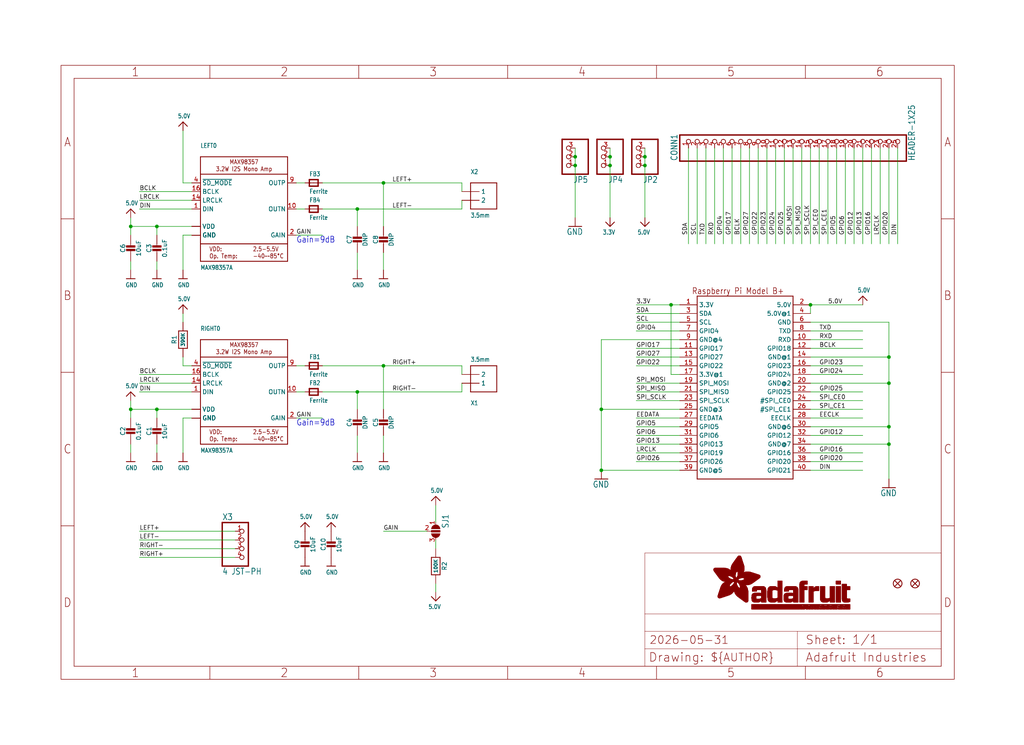
<source format=kicad_sch>
(kicad_sch (version 20230121) (generator eeschema)
  (paper "User" 298.45 217.322)
  (lib_symbols
    (symbol "working-eagle-import:3.3V" (power)
      (property "Value" "3.3V" (at -1.524 1.016 0))
      (symbol "3.3V_1_0"
        (pin power_in line (at 0 -2.54 90) (length 2.54) (name "3.3V") (number "1"))
      )
    )
    (symbol "working-eagle-import:5.0V" (power)
      (property "Value" "5.0V" (at -1.524 1.016 0))
      (symbol "5.0V_1_0"
        (pin power_in line (at 0 -2.54 90) (length 2.54) (name "5.0V") (number "1"))
      )
    )
    (symbol "working-eagle-import:AUDIOAMP_MAX98357"
      (property "Reference" "U" (at -12.7 17.78 0))
      (symbol "AUDIOAMP_MAX98357_1_0"
        (text "2.5-5.5V\n-40~~85°C" (at 2.54 -12.7 0) (effects (font (size 1.27 1.0795)) (justify left)))
        (text "MAX98357\n3.2W I2S Mono Amp" (at 0 12.7 0) (effects (font (size 1.27 1.0795))))
        (text "VDD:\nOp. Temp:" (at -10.16 -12.7 0) (effects (font (size 1.27 1.0795)) (justify left)))
        (pin bidirectional line (at -15.24 0 0) (length 2.54) (name "DIN") (number "1"))
        (pin output line (at 15.24 0 180) (length 2.54) (name "OUTN") (number "10"))
        (pin power_in line (at -15.24 -7.62 0) (length 2.54) (name "GND") (number "11"))
        (pin bidirectional line (at -15.24 2.54 0) (length 2.54) (name "LRCLK") (number "14"))
        (pin power_in line (at -15.24 -7.62 0) (length 2.54) (name "GND") (number "15"))
        (pin bidirectional line (at -15.24 5.08 0) (length 2.54) (name "BCLK") (number "16"))
        (pin bidirectional line (at 15.24 -7.62 180) (length 2.54) (name "GAIN") (number "2"))
        (pin power_in line (at -15.24 -7.62 0) (length 2.54) (name "GND") (number "3"))
        (pin bidirectional line (at -15.24 7.62 0) (length 2.54) (name "~{SD_MODE}") (number "4"))
        (pin power_in line (at -15.24 -5.08 0) (length 2.54) (name "VDD") (number "7"))
        (pin power_in line (at -15.24 -5.08 0) (length 2.54) (name "VDD") (number "8"))
        (pin output line (at 15.24 7.62 180) (length 2.54) (name "OUTP") (number "9"))
        (pin power_in line (at -15.24 -7.62 0) (length 2.54) (name "GND") (number "THERMAL"))
      )
    )
    (symbol "working-eagle-import:CAP_CERAMIC0805-NOOUTLINE"
      (property "Reference" "C" (at -2.29 1.25 90))
      (symbol "CAP_CERAMIC0805-NOOUTLINE_1_0"
        (pin passive line (at 0 5.08 270) (length 2.54) (name "1") (number "1"))
        (pin passive line (at 0 -2.54 90) (length 2.54) (name "2") (number "2"))
      )
    )
    (symbol "working-eagle-import:CON_JST_PH_4PIN"
      (property "Reference" "X" (at -6.35 8.255 0))
      (symbol "CON_JST_PH_4PIN_1_0"
        (pin passive inverted (at -2.54 5.08 0) (length 2.54) (name "1") (number "1"))
        (pin passive inverted (at -2.54 2.54 0) (length 2.54) (name "2") (number "2"))
        (pin passive inverted (at -2.54 0 0) (length 2.54) (name "3") (number "3"))
        (pin passive inverted (at -2.54 -2.54 0) (length 2.54) (name "4") (number "4"))
      )
    )
    (symbol "working-eagle-import:FERRITE-0805NO"
      (property "Reference" "FB" (at -1.27 1.905 0))
      (symbol "FERRITE-0805NO_1_0"
        (pin passive line (at -2.54 0 0) (length 2.54) (name "P$1") (number "1"))
        (pin passive line (at 2.54 0 180) (length 2.54) (name "P$2") (number "2"))
      )
    )
    (symbol "working-eagle-import:FIDUCIAL{dblquote}{dblquote}")
    (symbol "working-eagle-import:FRAME_A4_ADAFRUIT"
      (symbol "FRAME_A4_ADAFRUIT_1_0"
        (text "${#}/${##}" (at 230.505 10.16 0) (effects (font (size 2.54 2.54)) (justify left bottom)))
        (text "${AUTHOR}" (at 189.23 5.08 0) (effects (font (size 2.286 2.286)) (justify left bottom)))
        (text "${CURRENT_DATE}" (at 171.45 10.16 0) (effects (font (size 2.286 2.286)) (justify left bottom)))
        (text "${PROJECTNAME}" (at 171.45 15.24 0) (effects (font (size 2.54 2.54)) (justify left bottom)))
        (text "1" (at 21.6958 1.905 0) (effects (font (size 2.54 2.286))))
        (text "1" (at 21.6958 177.165 0) (effects (font (size 2.54 2.286))))
        (text "2" (at 65.0875 1.905 0) (effects (font (size 2.54 2.286))))
        (text "2" (at 65.0875 177.165 0) (effects (font (size 2.54 2.286))))
        (text "3" (at 108.4792 1.905 0) (effects (font (size 2.54 2.286))))
        (text "3" (at 108.4792 177.165 0) (effects (font (size 2.54 2.286))))
        (text "4" (at 151.8708 1.905 0) (effects (font (size 2.54 2.286))))
        (text "4" (at 151.8708 177.165 0) (effects (font (size 2.54 2.286))))
        (text "5" (at 195.2625 1.905 0) (effects (font (size 2.54 2.286))))
        (text "5" (at 195.2625 177.165 0) (effects (font (size 2.54 2.286))))
        (text "6" (at 238.6542 1.905 0) (effects (font (size 2.54 2.286))))
        (text "6" (at 238.6542 177.165 0) (effects (font (size 2.54 2.286))))
        (text "A" (at 1.905 156.6863 0) (effects (font (size 2.54 2.286))))
        (text "A" (at 258.445 156.6863 0) (effects (font (size 2.54 2.286))))
        (text "Adafruit Industries" (at 216.916 4.953 0) (effects (font (size 2.54 2.54)) (justify left bottom)))
        (text "B" (at 1.905 111.9188 0) (effects (font (size 2.54 2.286))))
        (text "B" (at 258.445 111.9188 0) (effects (font (size 2.54 2.286))))
        (text "C" (at 1.905 67.1513 0) (effects (font (size 2.54 2.286))))
        (text "C" (at 258.445 67.1513 0) (effects (font (size 2.54 2.286))))
        (text "D" (at 1.905 22.3838 0) (effects (font (size 2.54 2.286))))
        (text "D" (at 258.445 22.3838 0) (effects (font (size 2.54 2.286))))
        (text "Drawing:" (at 171.196 4.953 0) (effects (font (size 2.54 2.54)) (justify left bottom)))
        (text "Sheet:" (at 216.916 10.033 0) (effects (font (size 2.54 2.54)) (justify left bottom)))
      )
    )
    (symbol "working-eagle-import:GND" (power)
      (property "Value" "GND" (at -1.524 -2.54 0))
      (symbol "GND_1_0"
        (pin power_in line (at 0 2.54 270) (length 2.54) (name "GND") (number "1"))
      )
    )
    (symbol "working-eagle-import:HEADER-1X25"
      (property "Reference" "CONN" (at -3.81 33.655 0))
      (symbol "HEADER-1X25_1_0"
        (pin passive inverted (at 0 30.48 0) (length 2.54) (name "1") (number "1"))
        (pin passive inverted (at 0 7.62 0) (length 2.54) (name "10") (number "10"))
        (pin passive inverted (at 0 5.08 0) (length 2.54) (name "11") (number "11"))
        (pin passive inverted (at 0 2.54 0) (length 2.54) (name "12") (number "12"))
        (pin passive inverted (at 0 0 0) (length 2.54) (name "13") (number "13"))
        (pin passive inverted (at 0 -2.54 0) (length 2.54) (name "14") (number "14"))
        (pin passive inverted (at 0 -5.08 0) (length 2.54) (name "15") (number "15"))
        (pin passive inverted (at 0 -7.62 0) (length 2.54) (name "16") (number "16"))
        (pin passive inverted (at 0 -10.16 0) (length 2.54) (name "17") (number "17"))
        (pin passive inverted (at 0 -12.7 0) (length 2.54) (name "18") (number "18"))
        (pin passive inverted (at 0 -15.24 0) (length 2.54) (name "19") (number "19"))
        (pin passive inverted (at 0 27.94 0) (length 2.54) (name "2") (number "2"))
        (pin passive inverted (at 0 -17.78 0) (length 2.54) (name "20") (number "20"))
        (pin passive inverted (at 0 -20.32 0) (length 2.54) (name "21") (number "21"))
        (pin passive inverted (at 0 -22.86 0) (length 2.54) (name "22") (number "22"))
        (pin passive inverted (at 0 -25.4 0) (length 2.54) (name "23") (number "23"))
        (pin passive inverted (at 0 -27.94 0) (length 2.54) (name "24") (number "24"))
        (pin passive inverted (at 0 -30.48 0) (length 2.54) (name "25") (number "25"))
        (pin passive inverted (at 0 25.4 0) (length 2.54) (name "3") (number "3"))
        (pin passive inverted (at 0 22.86 0) (length 2.54) (name "4") (number "4"))
        (pin passive inverted (at 0 20.32 0) (length 2.54) (name "5") (number "5"))
        (pin passive inverted (at 0 17.78 0) (length 2.54) (name "6") (number "6"))
        (pin passive inverted (at 0 15.24 0) (length 2.54) (name "7") (number "7"))
        (pin passive inverted (at 0 12.7 0) (length 2.54) (name "8") (number "8"))
        (pin passive inverted (at 0 10.16 0) (length 2.54) (name "9") (number "9"))
      )
    )
    (symbol "working-eagle-import:HEADER-1X376MIL"
      (property "Reference" "JP" (at -6.35 5.715 0))
      (symbol "HEADER-1X376MIL_1_0"
        (pin passive inverted (at -2.54 2.54 0) (length 2.54) (name "1") (number "1"))
        (pin passive inverted (at -2.54 0 0) (length 2.54) (name "2") (number "2"))
        (pin passive inverted (at -2.54 -2.54 0) (length 2.54) (name "3") (number "3"))
      )
    )
    (symbol "working-eagle-import:RASPBERRYPI_BPLUS_BONNETNODIM"
      (symbol "RASPBERRYPI_BPLUS_BONNETNODIM_1_0"
        (text "Raspberry Pi Model B+" (at 12.7 25.4 0) (effects (font (size 1.778 1.5113)) (justify right top)))
        (pin power_in line (at -17.78 20.32 0) (length 5.08) (name "3.3V") (number "1"))
        (pin bidirectional line (at 20.32 10.16 180) (length 5.08) (name "RXD") (number "10"))
        (pin bidirectional line (at -17.78 7.62 0) (length 5.08) (name "GPIO17") (number "11"))
        (pin bidirectional line (at 20.32 7.62 180) (length 5.08) (name "GPIO18") (number "12"))
        (pin bidirectional line (at -17.78 5.08 0) (length 5.08) (name "GPIO27") (number "13"))
        (pin power_in line (at 20.32 5.08 180) (length 5.08) (name "GND@1") (number "14"))
        (pin bidirectional line (at -17.78 2.54 0) (length 5.08) (name "GPIO22") (number "15"))
        (pin bidirectional line (at 20.32 2.54 180) (length 5.08) (name "GPIO23") (number "16"))
        (pin power_in line (at -17.78 0 0) (length 5.08) (name "3.3V@1") (number "17"))
        (pin bidirectional line (at 20.32 0 180) (length 5.08) (name "GPIO24") (number "18"))
        (pin bidirectional line (at -17.78 -2.54 0) (length 5.08) (name "SPI_MOSI") (number "19"))
        (pin power_in line (at 20.32 20.32 180) (length 5.08) (name "5.0V") (number "2"))
        (pin power_in line (at 20.32 -2.54 180) (length 5.08) (name "GND@2") (number "20"))
        (pin bidirectional line (at -17.78 -5.08 0) (length 5.08) (name "SPI_MISO") (number "21"))
        (pin bidirectional line (at 20.32 -5.08 180) (length 5.08) (name "GPIO25") (number "22"))
        (pin bidirectional line (at -17.78 -7.62 0) (length 5.08) (name "SPI_SCLK") (number "23"))
        (pin bidirectional line (at 20.32 -7.62 180) (length 5.08) (name "#SPI_CE0") (number "24"))
        (pin power_in line (at -17.78 -10.16 0) (length 5.08) (name "GND@3") (number "25"))
        (pin bidirectional line (at 20.32 -10.16 180) (length 5.08) (name "#SPI_CE1") (number "26"))
        (pin bidirectional line (at -17.78 -12.7 0) (length 5.08) (name "EEDATA") (number "27"))
        (pin bidirectional line (at 20.32 -12.7 180) (length 5.08) (name "EECLK") (number "28"))
        (pin bidirectional line (at -17.78 -15.24 0) (length 5.08) (name "GPIO5") (number "29"))
        (pin bidirectional line (at -17.78 17.78 0) (length 5.08) (name "SDA") (number "3"))
        (pin power_in line (at 20.32 -15.24 180) (length 5.08) (name "GND@6") (number "30"))
        (pin bidirectional line (at -17.78 -17.78 0) (length 5.08) (name "GPIO6") (number "31"))
        (pin bidirectional line (at 20.32 -17.78 180) (length 5.08) (name "GPIO12") (number "32"))
        (pin bidirectional line (at -17.78 -20.32 0) (length 5.08) (name "GPIO13") (number "33"))
        (pin power_in line (at 20.32 -20.32 180) (length 5.08) (name "GND@7") (number "34"))
        (pin bidirectional line (at -17.78 -22.86 0) (length 5.08) (name "GPIO19") (number "35"))
        (pin bidirectional line (at 20.32 -22.86 180) (length 5.08) (name "GPIO16") (number "36"))
        (pin bidirectional line (at -17.78 -25.4 0) (length 5.08) (name "GPIO26") (number "37"))
        (pin bidirectional line (at 20.32 -25.4 180) (length 5.08) (name "GPIO20") (number "38"))
        (pin power_in line (at -17.78 -27.94 0) (length 5.08) (name "GND@5") (number "39"))
        (pin power_in line (at 20.32 17.78 180) (length 5.08) (name "5.0V@1") (number "4"))
        (pin bidirectional line (at 20.32 -27.94 180) (length 5.08) (name "GPIO21") (number "40"))
        (pin bidirectional line (at -17.78 15.24 0) (length 5.08) (name "SCL") (number "5"))
        (pin power_in line (at 20.32 15.24 180) (length 5.08) (name "GND") (number "6"))
        (pin bidirectional line (at -17.78 12.7 0) (length 5.08) (name "GPIO4") (number "7"))
        (pin bidirectional line (at 20.32 12.7 180) (length 5.08) (name "TXD") (number "8"))
        (pin power_in line (at -17.78 10.16 0) (length 5.08) (name "GND@4") (number "9"))
      )
    )
    (symbol "working-eagle-import:RESISTOR0805_NOOUTLINE"
      (property "Reference" "R" (at 0 2.54 0))
      (symbol "RESISTOR0805_NOOUTLINE_1_0"
        (pin passive line (at -5.08 0 0) (length 2.54) (name "1") (number "1"))
        (pin passive line (at 5.08 0 180) (length 2.54) (name "2") (number "2"))
      )
    )
    (symbol "working-eagle-import:SOLDERJUMPER_2WAY"
      (property "Reference" "SJ" (at -5.08 -3.81 0))
      (symbol "SOLDERJUMPER_2WAY_1_0"
        (pin passive line (at -2.54 0 0) (length 0) (name "1") (number "1"))
        (pin passive line (at 0 2.54 270) (length 0) (name "2") (number "2"))
        (pin passive line (at 2.54 0 180) (length 0) (name "3") (number "3"))
      )
    )
    (symbol "working-eagle-import:TERMBLOCK_1X2"
      (property "Reference" "X" (at -2.54 7.62 0))
      (symbol "TERMBLOCK_1X2_1_0"
        (pin passive line (at -5.08 2.54 0) (length 5.08) (name "1") (number "1"))
        (pin passive line (at -5.08 0 0) (length 5.08) (name "2") (number "2"))
      )
    )
    (symbol "working-eagle-import:supply1_GND" (power)
      (property "Value" "supply1_GND" (at -2.54 -2.54 0))
      (symbol "supply1_GND_1_0"
        (pin power_in line (at 0 2.54 270) (length 2.54) (name "GND") (number "1"))
      )
    )
  )
  (junction (at 104.14 114.3))
  (junction (at 195.58 88.9))
  (junction (at 111.76 106.68))
  (junction (at 111.76 53.34))
  (junction (at 259.08 129.54))
  (junction (at 104.14 60.96))
  (junction (at 259.08 104.14))
  (junction (at 45.72 119.38))
  (junction (at 167.64 48.26))
  (junction (at 38.1 66.04))
  (junction (at 259.08 124.46))
  (junction (at 175.26 137.16))
  (junction (at 167.64 45.72))
  (junction (at 45.72 66.04))
  (junction (at 177.8 45.72))
  (junction (at 259.08 111.76))
  (junction (at 175.26 119.38))
  (junction (at 177.8 48.26))
  (junction (at 187.96 48.26))
  (junction (at 38.1 119.38))
  (junction (at 187.96 45.72))
  (junction (at 236.22 88.9))
  (wire (pts (xy 86.36 53.34) (xy 88.9 53.34)) (stroke (width 0.1524)))
  (wire (pts (xy 185.42 104.14) (xy 198.12 104.14)) (stroke (width 0.1524)))
  (wire (pts (xy 236.22 132.08) (xy 251.46 132.08)) (stroke (width 0.1524)))
  (wire (pts (xy 236.22 137.16) (xy 251.46 137.16)) (stroke (width 0.1524)))
  (wire (pts (xy 86.36 121.92) (xy 93.98 121.92)) (stroke (width 0.1524)))
  (wire (pts (xy 55.88 111.76) (xy 40.64 111.76)) (stroke (width 0.1524)))
  (wire (pts (xy 200.66 43.18) (xy 200.66 71.12)) (stroke (width 0.1524)))
  (wire (pts (xy 38.1 119.38) (xy 38.1 116.84)) (stroke (width 0.1524)))
  (wire (pts (xy 243.84 43.18) (xy 243.84 71.12)) (stroke (width 0.1524)))
  (wire (pts (xy 104.14 60.96) (xy 134.62 60.96)) (stroke (width 0.1524)))
  (wire (pts (xy 38.1 68.58) (xy 38.1 66.04)) (stroke (width 0.1524)))
  (wire (pts (xy 259.08 124.46) (xy 259.08 129.54)) (stroke (width 0.1524)))
  (wire (pts (xy 55.88 114.3) (xy 40.64 114.3)) (stroke (width 0.1524)))
  (wire (pts (xy 111.76 127) (xy 111.76 132.08)) (stroke (width 0.1524)))
  (wire (pts (xy 246.38 71.12) (xy 246.38 43.18)) (stroke (width 0.1524)))
  (wire (pts (xy 86.36 68.58) (xy 93.98 68.58)) (stroke (width 0.1524)))
  (wire (pts (xy 185.42 132.08) (xy 198.12 132.08)) (stroke (width 0.1524)))
  (wire (pts (xy 55.88 121.92) (xy 53.34 121.92)) (stroke (width 0.1524)))
  (wire (pts (xy 228.6 43.18) (xy 228.6 71.12)) (stroke (width 0.1524)))
  (wire (pts (xy 38.1 129.54) (xy 38.1 132.08)) (stroke (width 0.1524)))
  (wire (pts (xy 226.06 71.12) (xy 226.06 43.18)) (stroke (width 0.1524)))
  (wire (pts (xy 45.72 66.04) (xy 38.1 66.04)) (stroke (width 0.1524)))
  (wire (pts (xy 38.1 121.92) (xy 38.1 119.38)) (stroke (width 0.1524)))
  (wire (pts (xy 111.76 53.34) (xy 134.62 53.34)) (stroke (width 0.1524)))
  (wire (pts (xy 53.34 121.92) (xy 53.34 132.08)) (stroke (width 0.1524)))
  (wire (pts (xy 111.76 53.34) (xy 111.76 66.04)) (stroke (width 0.1524)))
  (wire (pts (xy 104.14 73.66) (xy 104.14 78.74)) (stroke (width 0.1524)))
  (wire (pts (xy 111.76 106.68) (xy 111.76 119.38)) (stroke (width 0.1524)))
  (wire (pts (xy 111.76 106.68) (xy 134.62 106.68)) (stroke (width 0.1524)))
  (wire (pts (xy 259.08 129.54) (xy 259.08 139.7)) (stroke (width 0.1524)))
  (wire (pts (xy 198.12 121.92) (xy 185.42 121.92)) (stroke (width 0.1524)))
  (wire (pts (xy 236.22 109.22) (xy 251.46 109.22)) (stroke (width 0.1524)))
  (wire (pts (xy 55.88 60.96) (xy 40.64 60.96)) (stroke (width 0.1524)))
  (wire (pts (xy 203.2 71.12) (xy 203.2 43.18)) (stroke (width 0.1524)))
  (wire (pts (xy 185.42 129.54) (xy 198.12 129.54)) (stroke (width 0.1524)))
  (wire (pts (xy 236.22 101.6) (xy 251.46 101.6)) (stroke (width 0.1524)))
  (wire (pts (xy 55.88 109.22) (xy 40.64 109.22)) (stroke (width 0.1524)))
  (wire (pts (xy 198.12 137.16) (xy 175.26 137.16)) (stroke (width 0.1524)))
  (wire (pts (xy 213.36 71.12) (xy 213.36 43.18)) (stroke (width 0.1524)))
  (wire (pts (xy 38.1 66.04) (xy 38.1 63.5)) (stroke (width 0.1524)))
  (wire (pts (xy 167.64 45.72) (xy 167.64 43.18)) (stroke (width 0.1524)))
  (wire (pts (xy 40.64 160.02) (xy 68.58 160.02)) (stroke (width 0.1524)))
  (wire (pts (xy 167.64 48.26) (xy 167.64 63.5)) (stroke (width 0.1524)))
  (wire (pts (xy 38.1 76.2) (xy 38.1 78.74)) (stroke (width 0.1524)))
  (wire (pts (xy 93.98 106.68) (xy 111.76 106.68)) (stroke (width 0.1524)))
  (wire (pts (xy 127 152.4) (xy 127 147.32)) (stroke (width 0.1524)))
  (wire (pts (xy 45.72 129.54) (xy 45.72 132.08)) (stroke (width 0.1524)))
  (wire (pts (xy 185.42 124.46) (xy 198.12 124.46)) (stroke (width 0.1524)))
  (wire (pts (xy 124.46 154.94) (xy 111.76 154.94)) (stroke (width 0.1524)))
  (wire (pts (xy 53.34 93.98) (xy 53.34 91.44)) (stroke (width 0.1524)))
  (wire (pts (xy 241.3 71.12) (xy 241.3 43.18)) (stroke (width 0.1524)))
  (wire (pts (xy 251.46 99.06) (xy 236.22 99.06)) (stroke (width 0.1524)))
  (wire (pts (xy 104.14 114.3) (xy 134.62 114.3)) (stroke (width 0.1524)))
  (wire (pts (xy 215.9 71.12) (xy 215.9 43.18)) (stroke (width 0.1524)))
  (wire (pts (xy 175.26 119.38) (xy 175.26 99.06)) (stroke (width 0.1524)))
  (wire (pts (xy 55.88 53.34) (xy 53.34 53.34)) (stroke (width 0.1524)))
  (wire (pts (xy 185.42 134.62) (xy 198.12 134.62)) (stroke (width 0.1524)))
  (wire (pts (xy 177.8 48.26) (xy 177.8 63.5)) (stroke (width 0.1524)))
  (wire (pts (xy 53.34 106.68) (xy 53.34 104.14)) (stroke (width 0.1524)))
  (wire (pts (xy 236.22 121.92) (xy 251.46 121.92)) (stroke (width 0.1524)))
  (wire (pts (xy 259.08 104.14) (xy 259.08 111.76)) (stroke (width 0.1524)))
  (wire (pts (xy 210.82 43.18) (xy 210.82 71.12)) (stroke (width 0.1524)))
  (wire (pts (xy 198.12 101.6) (xy 185.42 101.6)) (stroke (width 0.1524)))
  (wire (pts (xy 68.58 154.94) (xy 40.64 154.94)) (stroke (width 0.1524)))
  (wire (pts (xy 233.68 43.18) (xy 233.68 71.12)) (stroke (width 0.1524)))
  (wire (pts (xy 236.22 114.3) (xy 251.46 114.3)) (stroke (width 0.1524)))
  (wire (pts (xy 236.22 134.62) (xy 251.46 134.62)) (stroke (width 0.1524)))
  (wire (pts (xy 198.12 106.68) (xy 185.42 106.68)) (stroke (width 0.1524)))
  (wire (pts (xy 236.22 71.12) (xy 236.22 43.18)) (stroke (width 0.1524)))
  (wire (pts (xy 175.26 119.38) (xy 198.12 119.38)) (stroke (width 0.1524)))
  (wire (pts (xy 198.12 88.9) (xy 195.58 88.9)) (stroke (width 0.1524)))
  (wire (pts (xy 238.76 43.18) (xy 238.76 71.12)) (stroke (width 0.1524)))
  (wire (pts (xy 251.46 71.12) (xy 251.46 43.18)) (stroke (width 0.1524)))
  (wire (pts (xy 195.58 109.22) (xy 195.58 88.9)) (stroke (width 0.1524)))
  (wire (pts (xy 236.22 119.38) (xy 251.46 119.38)) (stroke (width 0.1524)))
  (wire (pts (xy 218.44 43.18) (xy 218.44 71.12)) (stroke (width 0.1524)))
  (wire (pts (xy 259.08 93.98) (xy 259.08 104.14)) (stroke (width 0.1524)))
  (wire (pts (xy 93.98 114.3) (xy 104.14 114.3)) (stroke (width 0.1524)))
  (wire (pts (xy 236.22 96.52) (xy 251.46 96.52)) (stroke (width 0.1524)))
  (wire (pts (xy 205.74 43.18) (xy 205.74 71.12)) (stroke (width 0.1524)))
  (wire (pts (xy 195.58 109.22) (xy 198.12 109.22)) (stroke (width 0.1524)))
  (wire (pts (xy 45.72 121.92) (xy 45.72 119.38)) (stroke (width 0.1524)))
  (wire (pts (xy 134.62 53.34) (xy 134.62 55.88)) (stroke (width 0.1524)))
  (wire (pts (xy 40.64 162.56) (xy 68.58 162.56)) (stroke (width 0.1524)))
  (wire (pts (xy 187.96 48.26) (xy 187.96 63.5)) (stroke (width 0.1524)))
  (wire (pts (xy 198.12 93.98) (xy 185.42 93.98)) (stroke (width 0.1524)))
  (wire (pts (xy 175.26 119.38) (xy 175.26 137.16)) (stroke (width 0.1524)))
  (wire (pts (xy 86.36 60.96) (xy 88.9 60.96)) (stroke (width 0.1524)))
  (wire (pts (xy 134.62 58.42) (xy 134.62 60.96)) (stroke (width 0.1524)))
  (wire (pts (xy 55.88 106.68) (xy 53.34 106.68)) (stroke (width 0.1524)))
  (wire (pts (xy 256.54 71.12) (xy 256.54 43.18)) (stroke (width 0.1524)))
  (wire (pts (xy 127 157.48) (xy 127 160.02)) (stroke (width 0.1524)))
  (wire (pts (xy 185.42 116.84) (xy 198.12 116.84)) (stroke (width 0.1524)))
  (wire (pts (xy 93.98 60.96) (xy 104.14 60.96)) (stroke (width 0.1524)))
  (wire (pts (xy 104.14 60.96) (xy 104.14 66.04)) (stroke (width 0.1524)))
  (wire (pts (xy 223.52 43.18) (xy 223.52 71.12)) (stroke (width 0.1524)))
  (wire (pts (xy 185.42 114.3) (xy 198.12 114.3)) (stroke (width 0.1524)))
  (wire (pts (xy 86.36 106.68) (xy 88.9 106.68)) (stroke (width 0.1524)))
  (wire (pts (xy 55.88 119.38) (xy 45.72 119.38)) (stroke (width 0.1524)))
  (wire (pts (xy 261.62 71.12) (xy 261.62 43.18)) (stroke (width 0.1524)))
  (wire (pts (xy 45.72 119.38) (xy 38.1 119.38)) (stroke (width 0.1524)))
  (wire (pts (xy 220.98 71.12) (xy 220.98 43.18)) (stroke (width 0.1524)))
  (wire (pts (xy 236.22 124.46) (xy 259.08 124.46)) (stroke (width 0.1524)))
  (wire (pts (xy 55.88 55.88) (xy 40.64 55.88)) (stroke (width 0.1524)))
  (wire (pts (xy 236.22 88.9) (xy 251.46 88.9)) (stroke (width 0.1524)))
  (wire (pts (xy 134.62 114.3) (xy 134.62 111.76)) (stroke (width 0.1524)))
  (wire (pts (xy 236.22 91.44) (xy 236.22 88.9)) (stroke (width 0.1524)))
  (wire (pts (xy 185.42 111.76) (xy 198.12 111.76)) (stroke (width 0.1524)))
  (wire (pts (xy 175.26 99.06) (xy 198.12 99.06)) (stroke (width 0.1524)))
  (wire (pts (xy 195.58 88.9) (xy 185.42 88.9)) (stroke (width 0.1524)))
  (wire (pts (xy 127 172.72) (xy 127 170.18)) (stroke (width 0.1524)))
  (wire (pts (xy 45.72 68.58) (xy 45.72 66.04)) (stroke (width 0.1524)))
  (wire (pts (xy 236.22 116.84) (xy 251.46 116.84)) (stroke (width 0.1524)))
  (wire (pts (xy 187.96 43.18) (xy 187.96 45.72)) (stroke (width 0.1524)))
  (wire (pts (xy 104.14 127) (xy 104.14 132.08)) (stroke (width 0.1524)))
  (wire (pts (xy 53.34 53.34) (xy 53.34 38.1)) (stroke (width 0.1524)))
  (wire (pts (xy 55.88 66.04) (xy 45.72 66.04)) (stroke (width 0.1524)))
  (wire (pts (xy 236.22 127) (xy 251.46 127)) (stroke (width 0.1524)))
  (wire (pts (xy 236.22 106.68) (xy 251.46 106.68)) (stroke (width 0.1524)))
  (wire (pts (xy 55.88 58.42) (xy 40.64 58.42)) (stroke (width 0.1524)))
  (wire (pts (xy 55.88 68.58) (xy 53.34 68.58)) (stroke (width 0.1524)))
  (wire (pts (xy 198.12 91.44) (xy 185.42 91.44)) (stroke (width 0.1524)))
  (wire (pts (xy 236.22 129.54) (xy 259.08 129.54)) (stroke (width 0.1524)))
  (wire (pts (xy 68.58 157.48) (xy 40.64 157.48)) (stroke (width 0.1524)))
  (wire (pts (xy 248.92 43.18) (xy 248.92 71.12)) (stroke (width 0.1524)))
  (wire (pts (xy 254 43.18) (xy 254 71.12)) (stroke (width 0.1524)))
  (wire (pts (xy 259.08 111.76) (xy 259.08 124.46)) (stroke (width 0.1524)))
  (wire (pts (xy 86.36 114.3) (xy 88.9 114.3)) (stroke (width 0.1524)))
  (wire (pts (xy 198.12 96.52) (xy 185.42 96.52)) (stroke (width 0.1524)))
  (wire (pts (xy 104.14 114.3) (xy 104.14 119.38)) (stroke (width 0.1524)))
  (wire (pts (xy 187.96 45.72) (xy 187.96 48.26)) (stroke (width 0.1524)))
  (wire (pts (xy 53.34 68.58) (xy 53.34 78.74)) (stroke (width 0.1524)))
  (wire (pts (xy 208.28 71.12) (xy 208.28 43.18)) (stroke (width 0.1524)))
  (wire (pts (xy 236.22 104.14) (xy 259.08 104.14)) (stroke (width 0.1524)))
  (wire (pts (xy 185.42 127) (xy 198.12 127)) (stroke (width 0.1524)))
  (wire (pts (xy 236.22 111.76) (xy 259.08 111.76)) (stroke (width 0.1524)))
  (wire (pts (xy 93.98 53.34) (xy 111.76 53.34)) (stroke (width 0.1524)))
  (wire (pts (xy 231.14 71.12) (xy 231.14 43.18)) (stroke (width 0.1524)))
  (wire (pts (xy 45.72 76.2) (xy 45.72 78.74)) (stroke (width 0.1524)))
  (wire (pts (xy 167.64 48.26) (xy 167.64 45.72)) (stroke (width 0.1524)))
  (wire (pts (xy 177.8 45.72) (xy 177.8 43.18)) (stroke (width 0.1524)))
  (wire (pts (xy 177.8 48.26) (xy 177.8 45.72)) (stroke (width 0.1524)))
  (wire (pts (xy 259.08 43.18) (xy 259.08 71.12)) (stroke (width 0.1524)))
  (wire (pts (xy 236.22 93.98) (xy 259.08 93.98)) (stroke (width 0.1524)))
  (wire (pts (xy 111.76 73.66) (xy 111.76 78.74)) (stroke (width 0.1524)))
  (wire (pts (xy 134.62 106.68) (xy 134.62 109.22)) (stroke (width 0.1524)))
  (text "Gain=9dB" (at 86.36 71.12 0) (effects (font (size 1.778 1.5113)) (justify left bottom)))
  (text "Gain=9dB" (at 86.36 124.46 0) (effects (font (size 1.778 1.5113)) (justify left bottom)))
  (label "GPIO24" (at 226.06 68.58 90) (effects (font (size 1.2446 1.2446))))
  (label "GAIN" (at 86.36 121.92 0) (effects (font (size 1.2446 1.2446))))
  (label "BCLK" (at 238.76 101.6 0) (effects (font (size 1.2446 1.2446))))
  (label "GPIO17" (at 213.36 68.58 90) (effects (font (size 1.2446 1.2446))))
  (label "GPIO20" (at 238.76 134.62 0) (effects (font (size 1.2446 1.2446))))
  (label "SPI_CE0" (at 238.76 116.84 0) (effects (font (size 1.2446 1.2446))))
  (label "SPI_MOSI" (at 231.14 68.58 90) (effects (font (size 1.2446 1.2446))))
  (label "GPIO6" (at 246.38 68.58 90) (effects (font (size 1.2446 1.2446))))
  (label "LRCLK" (at 185.42 132.08 0) (effects (font (size 1.2446 1.2446))))
  (label "GPIO23" (at 223.52 68.58 90) (effects (font (size 1.2446 1.2446))))
  (label "GPIO4" (at 185.42 96.52 0) (effects (font (size 1.2446 1.2446))))
  (label "LEFT-" (at 40.64 157.48 0) (effects (font (size 1.2446 1.2446))))
  (label "DIN" (at 40.64 60.96 0) (effects (font (size 1.2446 1.2446))))
  (label "LRCLK" (at 40.64 58.42 0) (effects (font (size 1.2446 1.2446))))
  (label "BCLK" (at 40.64 55.88 0) (effects (font (size 1.2446 1.2446))))
  (label "GAIN" (at 86.36 68.58 0) (effects (font (size 1.2446 1.2446))))
  (label "RIGHT-" (at 114.3 114.3 0) (effects (font (size 1.2446 1.2446))))
  (label "SPI_SCLK" (at 236.22 68.58 90) (effects (font (size 1.2446 1.2446))))
  (label "SDA" (at 185.42 91.44 0) (effects (font (size 1.2446 1.2446))))
  (label "SPI_MOSI" (at 185.42 111.76 0) (effects (font (size 1.2446 1.2446))))
  (label "GPIO27" (at 218.44 68.58 90) (effects (font (size 1.2446 1.2446))))
  (label "LEFT+" (at 40.64 154.94 0) (effects (font (size 1.2446 1.2446))))
  (label "GPIO12" (at 238.76 127 0) (effects (font (size 1.2446 1.2446))))
  (label "SPI_MISO" (at 233.68 68.58 90) (effects (font (size 1.2446 1.2446))))
  (label "SPI_SCLK" (at 185.42 116.84 0) (effects (font (size 1.2446 1.2446))))
  (label "TXD" (at 205.74 68.58 90) (effects (font (size 1.2446 1.2446))))
  (label "GPIO26" (at 185.42 134.62 0) (effects (font (size 1.2446 1.2446))))
  (label "GPIO12" (at 248.92 68.58 90) (effects (font (size 1.2446 1.2446))))
  (label "GPIO25" (at 238.76 114.3 0) (effects (font (size 1.2446 1.2446))))
  (label "BCLK" (at 40.64 109.22 0) (effects (font (size 1.2446 1.2446))))
  (label "GPIO6" (at 185.42 127 0) (effects (font (size 1.2446 1.2446))))
  (label "GPIO22" (at 185.42 106.68 0) (effects (font (size 1.2446 1.2446))))
  (label "LRCLK" (at 256.54 68.58 90) (effects (font (size 1.2446 1.2446))))
  (label "EECLK" (at 238.76 121.92 0) (effects (font (size 1.2446 1.2446))))
  (label "5.0V" (at 241.3 88.9 0) (effects (font (size 1.2446 1.2446))))
  (label "SPI_CE1" (at 238.76 119.38 0) (effects (font (size 1.2446 1.2446))))
  (label "SDA" (at 200.66 68.58 90) (effects (font (size 1.2446 1.2446))))
  (label "GPIO5" (at 185.42 124.46 0) (effects (font (size 1.2446 1.2446))))
  (label "GPIO16" (at 254 68.58 90) (effects (font (size 1.2446 1.2446))))
  (label "RIGHT+" (at 114.3 106.68 0) (effects (font (size 1.2446 1.2446))))
  (label "SPI_MISO" (at 185.42 114.3 0) (effects (font (size 1.2446 1.2446))))
  (label "GPIO4" (at 210.82 68.58 90) (effects (font (size 1.2446 1.2446))))
  (label "SPI_CE0" (at 238.76 68.58 90) (effects (font (size 1.2446 1.2446))))
  (label "SPI_CE1" (at 241.3 68.58 90) (effects (font (size 1.2446 1.2446))))
  (label "GPIO17" (at 185.42 101.6 0) (effects (font (size 1.2446 1.2446))))
  (label "GPIO13" (at 251.46 68.58 90) (effects (font (size 1.2446 1.2446))))
  (label "GPIO20" (at 259.08 68.58 90) (effects (font (size 1.2446 1.2446))))
  (label "GPIO27" (at 185.42 104.14 0) (effects (font (size 1.2446 1.2446))))
  (label "RIGHT+" (at 40.64 162.56 0) (effects (font (size 1.2446 1.2446))))
  (label "RXD" (at 208.28 68.58 90) (effects (font (size 1.2446 1.2446))))
  (label "LRCLK" (at 40.64 111.76 0) (effects (font (size 1.2446 1.2446))))
  (label "LEFT+" (at 114.3 53.34 0) (effects (font (size 1.2446 1.2446))))
  (label "GPIO24" (at 238.76 109.22 0) (effects (font (size 1.2446 1.2446))))
  (label "LEFT-" (at 114.3 60.96 0) (effects (font (size 1.2446 1.2446))))
  (label "GPIO13" (at 185.42 129.54 0) (effects (font (size 1.2446 1.2446))))
  (label "RXD" (at 238.76 99.06 0) (effects (font (size 1.2446 1.2446))))
  (label "DIN" (at 261.62 68.58 90) (effects (font (size 1.2446 1.2446))))
  (label "3.3V" (at 185.42 88.9 0) (effects (font (size 1.2446 1.2446))))
  (label "GPIO22" (at 220.98 68.58 90) (effects (font (size 1.2446 1.2446))))
  (label "SCL" (at 185.42 93.98 0) (effects (font (size 1.2446 1.2446))))
  (label "GPIO25" (at 228.6 68.58 90) (effects (font (size 1.2446 1.2446))))
  (label "DIN" (at 238.76 137.16 0) (effects (font (size 1.2446 1.2446))))
  (label "EEDATA" (at 185.42 121.92 0) (effects (font (size 1.2446 1.2446))))
  (label "SCL" (at 203.2 68.58 90) (effects (font (size 1.2446 1.2446))))
  (label "GPIO23" (at 238.76 106.68 0) (effects (font (size 1.2446 1.2446))))
  (label "TXD" (at 238.76 96.52 0) (effects (font (size 1.2446 1.2446))))
  (label "GAIN" (at 111.76 154.94 0) (effects (font (size 1.2446 1.2446))))
  (label "BCLK" (at 215.9 68.58 90) (effects (font (size 1.2446 1.2446))))
  (label "GPIO5" (at 243.84 68.58 90) (effects (font (size 1.2446 1.2446))))
  (label "DIN" (at 40.64 114.3 0) (effects (font (size 1.2446 1.2446))))
  (label "GPIO16" (at 238.76 132.08 0) (effects (font (size 1.2446 1.2446))))
  (label "RIGHT-" (at 40.64 160.02 0) (effects (font (size 1.2446 1.2446))))
  (symbol (lib_id "working-eagle-import:GND") (at 45.72 81.28 0) (unit 1)
    (property "Reference" "#U$12" (effects hide))
    (property "Value" "GND" (at 44.196 83.82 0) (effects (font (size 1.27 1.0795)) (justify left bottom)))
  )
  (symbol (lib_id "working-eagle-import:SOLDERJUMPER_2WAY") (at 127 154.94 90) (mirror x) (unit 1)
    (property "Reference" "SJ1" (at 130.81 149.86 0) (effects (font (size 1.778 1.5113)) (justify left bottom)))
    (property "Value" "SOLDERJUMPER_2WAY" (effects hide))
    (property "Footprint" "working:SOLDERJUMPER_2WAY_OPEN_NOPASTE" (effects hide))
  )
  (symbol (lib_id "working-eagle-import:FERRITE-0805NO") (at 91.44 60.96 0) (unit 1)
    (property "Reference" "FB4" (at 90.17 59.055 0) (effects (font (size 1.27 1.0795)) (justify left bottom)))
    (property "Value" "Ferrite" (at 90.17 64.135 0) (effects (font (size 1.27 1.0795)) (justify left bottom)))
    (property "Footprint" "working:0805-NO" (effects hide))
  )
  (symbol (lib_id "working-eagle-import:5.0V") (at 38.1 60.96 0) (unit 1)
    (property "Reference" "#U$9" (effects hide))
    (property "Value" "5.0V" (at 36.576 59.944 0) (effects (font (size 1.27 1.0795)) (justify left bottom)))
  )
  (symbol (lib_id "working-eagle-import:GND") (at 53.34 81.28 0) (unit 1)
    (property "Reference" "#U$10" (effects hide))
    (property "Value" "GND" (at 51.816 83.82 0) (effects (font (size 1.27 1.0795)) (justify left bottom)))
  )
  (symbol (lib_id "working-eagle-import:5.0V") (at 96.52 152.4 0) (unit 1)
    (property "Reference" "#U$27" (effects hide))
    (property "Value" "5.0V" (at 94.996 151.384 0) (effects (font (size 1.27 1.0795)) (justify left bottom)))
  )
  (symbol (lib_id "working-eagle-import:CAP_CERAMIC0805-NOOUTLINE") (at 38.1 127 0) (unit 1)
    (property "Reference" "C2" (at 35.81 125.75 90))
    (property "Value" "0.1uF" (at 40.4 125.75 90))
    (property "Footprint" "working:0805-NO" (effects hide))
  )
  (symbol (lib_id "working-eagle-import:HEADER-1X376MIL") (at 175.26 45.72 180) (unit 1)
    (property "Reference" "JP4" (at 181.61 51.435 0) (effects (font (size 1.778 1.5113)) (justify left bottom)))
    (property "Value" "HEADER-1X376MIL" (effects hide))
    (property "Footprint" "working:1X03_ROUND_76" (effects hide))
  )
  (symbol (lib_id "working-eagle-import:AUDIOAMP_MAX98357") (at 71.12 60.96 0) (unit 1)
    (property "Reference" "LEFT0" (at 58.42 43.18 0) (effects (font (size 1.27 1.0795)) (justify left bottom)))
    (property "Value" "MAX98357A" (at 58.42 78.74 0) (effects (font (size 1.27 1.0795)) (justify left bottom)))
    (property "Footprint" "working:QFN16_3MM" (effects hide))
  )
  (symbol (lib_id "working-eagle-import:FERRITE-0805NO") (at 91.44 106.68 0) (unit 1)
    (property "Reference" "FB1" (at 90.17 104.775 0) (effects (font (size 1.27 1.0795)) (justify left bottom)))
    (property "Value" "Ferrite" (at 90.17 109.855 0) (effects (font (size 1.27 1.0795)) (justify left bottom)))
    (property "Footprint" "working:0805-NO" (effects hide))
  )
  (symbol (lib_id "working-eagle-import:GND") (at 96.52 165.1 0) (unit 1)
    (property "Reference" "#U$29" (effects hide))
    (property "Value" "GND" (at 94.996 167.64 0) (effects (font (size 1.27 1.0795)) (justify left bottom)))
  )
  (symbol (lib_id "working-eagle-import:RESISTOR0805_NOOUTLINE") (at 127 165.1 270) (unit 1)
    (property "Reference" "R2" (at 129.54 165.1 0))
    (property "Value" "100K" (at 127 165.1 0) (effects (font (size 1.016 1.016) bold)))
    (property "Footprint" "working:0805-NO" (effects hide))
  )
  (symbol (lib_id "working-eagle-import:CAP_CERAMIC0805-NOOUTLINE") (at 88.9 160.02 0) (unit 1)
    (property "Reference" "C9" (at 86.61 158.77 90))
    (property "Value" "10uF" (at 91.2 158.77 90))
    (property "Footprint" "working:0805-NO" (effects hide))
  )
  (symbol (lib_id "working-eagle-import:CAP_CERAMIC0805-NOOUTLINE") (at 104.14 71.12 0) (unit 1)
    (property "Reference" "C7" (at 101.85 69.87 90))
    (property "Value" "DNP" (at 106.44 69.87 90))
    (property "Footprint" "working:0805-NO" (effects hide))
  )
  (symbol (lib_id "working-eagle-import:RESISTOR0805_NOOUTLINE") (at 53.34 99.06 90) (unit 1)
    (property "Reference" "R1" (at 50.8 99.06 0))
    (property "Value" "390K" (at 53.34 99.06 0) (effects (font (size 1.016 1.016) bold)))
    (property "Footprint" "working:0805-NO" (effects hide))
  )
  (symbol (lib_id "working-eagle-import:GND") (at 104.14 134.62 0) (unit 1)
    (property "Reference" "#U$6" (effects hide))
    (property "Value" "GND" (at 102.616 137.16 0) (effects (font (size 1.27 1.0795)) (justify left bottom)))
  )
  (symbol (lib_id "working-eagle-import:AUDIOAMP_MAX98357") (at 71.12 114.3 0) (unit 1)
    (property "Reference" "RIGHT0" (at 58.42 96.52 0) (effects (font (size 1.27 1.0795)) (justify left bottom)))
    (property "Value" "MAX98357A" (at 58.42 132.08 0) (effects (font (size 1.27 1.0795)) (justify left bottom)))
    (property "Footprint" "working:QFN16_3MM" (effects hide))
  )
  (symbol (lib_id "working-eagle-import:CON_JST_PH_4PIN") (at 71.12 160.02 0) (unit 1)
    (property "Reference" "X3" (at 64.77 151.765 0) (effects (font (size 1.778 1.5113)) (justify left bottom)))
    (property "Value" "4 JST-PH" (at 64.77 167.64 0) (effects (font (size 1.778 1.5113)) (justify left bottom)))
    (property "Footprint" "working:JSTPH4" (effects hide))
  )
  (symbol (lib_id "working-eagle-import:GND") (at 88.9 165.1 0) (unit 1)
    (property "Reference" "#U$28" (effects hide))
    (property "Value" "GND" (at 87.376 167.64 0) (effects (font (size 1.27 1.0795)) (justify left bottom)))
  )
  (symbol (lib_id "working-eagle-import:5.0V") (at 127 144.78 0) (unit 1)
    (property "Reference" "#U$18" (effects hide))
    (property "Value" "5.0V" (at 125.476 143.764 0) (effects (font (size 1.27 1.0795)) (justify left bottom)))
  )
  (symbol (lib_id "working-eagle-import:CAP_CERAMIC0805-NOOUTLINE") (at 45.72 127 0) (unit 1)
    (property "Reference" "C1" (at 43.43 125.75 90))
    (property "Value" "10uF" (at 48.02 125.75 90))
    (property "Footprint" "working:0805-NO" (effects hide))
  )
  (symbol (lib_id "working-eagle-import:3.3V") (at 177.8 66.04 180) (unit 1)
    (property "Reference" "#U$21" (effects hide))
    (property "Value" "3.3V" (at 179.324 67.056 0) (effects (font (size 1.27 1.0795)) (justify left bottom)))
  )
  (symbol (lib_id "working-eagle-import:CAP_CERAMIC0805-NOOUTLINE") (at 104.14 124.46 0) (unit 1)
    (property "Reference" "C4" (at 101.85 123.21 90))
    (property "Value" "DNP" (at 106.44 123.21 90))
    (property "Footprint" "working:0805-NO" (effects hide))
  )
  (symbol (lib_id "working-eagle-import:HEADER-1X376MIL") (at 185.42 45.72 180) (unit 1)
    (property "Reference" "JP2" (at 191.77 51.435 0) (effects (font (size 1.778 1.5113)) (justify left bottom)))
    (property "Value" "HEADER-1X376MIL" (effects hide))
    (property "Footprint" "working:1X03_ROUND_76" (effects hide))
  )
  (symbol (lib_id "working-eagle-import:5.0V") (at 38.1 114.3 0) (unit 1)
    (property "Reference" "#U$3" (effects hide))
    (property "Value" "5.0V" (at 36.576 113.284 0) (effects (font (size 1.27 1.0795)) (justify left bottom)))
  )
  (symbol (lib_id "working-eagle-import:5.0V") (at 187.96 66.04 180) (unit 1)
    (property "Reference" "#U$22" (effects hide))
    (property "Value" "5.0V" (at 189.484 67.056 0) (effects (font (size 1.27 1.0795)) (justify left bottom)))
  )
  (symbol (lib_id "working-eagle-import:GND") (at 53.34 134.62 0) (unit 1)
    (property "Reference" "#U$2" (effects hide))
    (property "Value" "GND" (at 51.816 137.16 0) (effects (font (size 1.27 1.0795)) (justify left bottom)))
  )
  (symbol (lib_id "working-eagle-import:supply1_GND") (at 259.08 142.24 0) (unit 1)
    (property "Reference" "#GND2" (effects hide))
    (property "Value" "GND" (at 256.54 144.78 0) (effects (font (size 1.778 1.5113)) (justify left bottom)))
  )
  (symbol (lib_id "working-eagle-import:FIDUCIAL{dblquote}{dblquote}") (at 266.7 170.18 0) (unit 1)
    (property "Reference" "FID2" (effects hide))
    (property "Value" "FIDUCIAL{dblquote}{dblquote}" (effects hide))
    (property "Footprint" "working:FIDUCIAL_1MM" (effects hide))
  )
  (symbol (lib_id "working-eagle-import:supply1_GND") (at 167.64 66.04 0) (unit 1)
    (property "Reference" "#GND5" (effects hide))
    (property "Value" "GND" (at 165.1 68.58 0) (effects (font (size 1.778 1.5113)) (justify left bottom)))
  )
  (symbol (lib_id "working-eagle-import:RASPBERRYPI_BPLUS_BONNETNODIM") (at 215.9 109.22 0) (unit 1)
    (property "Reference" "RPI1" (effects hide))
    (property "Value" "RASPBERRYPI_BPLUS_BONNETNODIM" (effects hide))
    (property "Footprint" "working:PI_BONNET_NODIM" (effects hide))
  )
  (symbol (lib_id "working-eagle-import:GND") (at 38.1 81.28 0) (unit 1)
    (property "Reference" "#U$13" (effects hide))
    (property "Value" "GND" (at 36.576 83.82 0) (effects (font (size 1.27 1.0795)) (justify left bottom)))
  )
  (symbol (lib_id "working-eagle-import:CAP_CERAMIC0805-NOOUTLINE") (at 96.52 160.02 0) (unit 1)
    (property "Reference" "C10" (at 94.23 158.77 90))
    (property "Value" "10uF" (at 98.82 158.77 90))
    (property "Footprint" "working:0805-NO" (effects hide))
  )
  (symbol (lib_id "working-eagle-import:CAP_CERAMIC0805-NOOUTLINE") (at 45.72 73.66 0) (unit 1)
    (property "Reference" "C3" (at 43.43 72.41 90))
    (property "Value" "0.1uF" (at 48.02 72.41 90))
    (property "Footprint" "working:0805-NO" (effects hide))
  )
  (symbol (lib_id "working-eagle-import:FERRITE-0805NO") (at 91.44 53.34 0) (unit 1)
    (property "Reference" "FB3" (at 90.17 51.435 0) (effects (font (size 1.27 1.0795)) (justify left bottom)))
    (property "Value" "Ferrite" (at 90.17 56.515 0) (effects (font (size 1.27 1.0795)) (justify left bottom)))
    (property "Footprint" "working:0805-NO" (effects hide))
  )
  (symbol (lib_id "working-eagle-import:5.0V") (at 53.34 88.9 0) (unit 1)
    (property "Reference" "#U$1" (effects hide))
    (property "Value" "5.0V" (at 51.816 87.884 0) (effects (font (size 1.27 1.0795)) (justify left bottom)))
  )
  (symbol (lib_id "working-eagle-import:5.0V") (at 88.9 152.4 0) (unit 1)
    (property "Reference" "#U$26" (effects hide))
    (property "Value" "5.0V" (at 87.376 151.384 0) (effects (font (size 1.27 1.0795)) (justify left bottom)))
  )
  (symbol (lib_id "working-eagle-import:CAP_CERAMIC0805-NOOUTLINE") (at 111.76 71.12 0) (unit 1)
    (property "Reference" "C8" (at 109.47 69.87 90))
    (property "Value" "DNP" (at 114.06 69.87 90))
    (property "Footprint" "working:0805-NO" (effects hide))
  )
  (symbol (lib_id "working-eagle-import:FRAME_A4_ADAFRUIT") (at 17.78 198.12 0) (unit 1)
    (property "Reference" "#U$7" (effects hide))
    (property "Value" "FRAME_A4_ADAFRUIT" (effects hide))
  )
  (symbol (lib_id "working-eagle-import:CAP_CERAMIC0805-NOOUTLINE") (at 38.1 73.66 0) (unit 1)
    (property "Reference" "C6" (at 35.81 72.41 90))
    (property "Value" "10uF" (at 40.4 72.41 90))
    (property "Footprint" "working:0805-NO" (effects hide))
  )
  (symbol (lib_id "working-eagle-import:5.0V") (at 127 175.26 180) (unit 1)
    (property "Reference" "#U$25" (effects hide))
    (property "Value" "5.0V" (at 128.524 176.276 0) (effects (font (size 1.27 1.0795)) (justify left bottom)))
  )
  (symbol (lib_id "working-eagle-import:GND") (at 111.76 134.62 0) (unit 1)
    (property "Reference" "#U$8" (effects hide))
    (property "Value" "GND" (at 110.236 137.16 0) (effects (font (size 1.27 1.0795)) (justify left bottom)))
  )
  (symbol (lib_id "working-eagle-import:5.0V") (at 251.46 86.36 0) (unit 1)
    (property "Reference" "#U$14" (effects hide))
    (property "Value" "5.0V" (at 249.936 85.344 0) (effects (font (size 1.27 1.0795)) (justify left bottom)))
  )
  (symbol (lib_id "working-eagle-import:GND") (at 45.72 134.62 0) (unit 1)
    (property "Reference" "#U$4" (effects hide))
    (property "Value" "GND" (at 44.196 137.16 0) (effects (font (size 1.27 1.0795)) (justify left bottom)))
  )
  (symbol (lib_id "working-eagle-import:HEADER-1X376MIL") (at 165.1 45.72 180) (unit 1)
    (property "Reference" "JP5" (at 171.45 51.435 0) (effects (font (size 1.778 1.5113)) (justify left bottom)))
    (property "Value" "HEADER-1X376MIL" (effects hide))
    (property "Footprint" "working:1X03_ROUND_76" (effects hide))
  )
  (symbol (lib_id "working-eagle-import:CAP_CERAMIC0805-NOOUTLINE") (at 111.76 124.46 0) (unit 1)
    (property "Reference" "C5" (at 109.47 123.21 90))
    (property "Value" "DNP" (at 114.06 123.21 90))
    (property "Footprint" "working:0805-NO" (effects hide))
  )
  (symbol (lib_id "working-eagle-import:supply1_GND") (at 175.26 139.7 0) (unit 1)
    (property "Reference" "#GND1" (effects hide))
    (property "Value" "GND" (at 172.72 142.24 0) (effects (font (size 1.778 1.5113)) (justify left bottom)))
  )
  (symbol (lib_id "working-eagle-import:FIDUCIAL{dblquote}{dblquote}") (at 261.62 170.18 0) (unit 1)
    (property "Reference" "FID1" (effects hide))
    (property "Value" "FIDUCIAL{dblquote}{dblquote}" (effects hide))
    (property "Footprint" "working:FIDUCIAL_1MM" (effects hide))
  )
  (symbol (lib_id "working-eagle-import:FERRITE-0805NO") (at 91.44 114.3 0) (unit 1)
    (property "Reference" "FB2" (at 90.17 112.395 0) (effects (font (size 1.27 1.0795)) (justify left bottom)))
    (property "Value" "Ferrite" (at 90.17 117.475 0) (effects (font (size 1.27 1.0795)) (justify left bottom)))
    (property "Footprint" "working:0805-NO" (effects hide))
  )
  (symbol (lib_id "working-eagle-import:GND") (at 38.1 134.62 0) (unit 1)
    (property "Reference" "#U$5" (effects hide))
    (property "Value" "GND" (at 36.576 137.16 0) (effects (font (size 1.27 1.0795)) (justify left bottom)))
  )
  (symbol (lib_id "working-eagle-import:HEADER-1X25") (at 231.14 43.18 90) (unit 1)
    (property "Reference" "CONN1" (at 197.485 46.99 0) (effects (font (size 1.778 1.5113)) (justify left bottom)))
    (property "Value" "HEADER-1X25" (at 266.7 46.99 0) (effects (font (size 1.778 1.5113)) (justify left bottom)))
    (property "Footprint" "working:1X25_ROUND_70MIL" (effects hide))
  )
  (symbol (lib_id "working-eagle-import:TERMBLOCK_1X2") (at 139.7 109.22 0) (mirror x) (unit 1)
    (property "Reference" "X1" (at 137.16 116.84 0) (effects (font (size 1.27 1.0795)) (justify left bottom)))
    (property "Value" "3.5mm" (at 137.16 104.14 0) (effects (font (size 1.27 1.0795)) (justify left bottom)))
    (property "Footprint" "working:TERMBLOCK_1X2-3.5MM" (effects hide))
  )
  (symbol (lib_id "working-eagle-import:GND") (at 104.14 81.28 0) (unit 1)
    (property "Reference" "#U$15" (effects hide))
    (property "Value" "GND" (at 102.616 83.82 0) (effects (font (size 1.27 1.0795)) (justify left bottom)))
  )
  (symbol (lib_id "working-eagle-import:GND") (at 111.76 81.28 0) (unit 1)
    (property "Reference" "#U$16" (effects hide))
    (property "Value" "GND" (at 110.236 83.82 0) (effects (font (size 1.27 1.0795)) (justify left bottom)))
  )
  (symbol (lib_id "working-eagle-import:5.0V") (at 53.34 35.56 0) (unit 1)
    (property "Reference" "#U$17" (effects hide))
    (property "Value" "5.0V" (at 51.816 34.544 0) (effects (font (size 1.27 1.0795)) (justify left bottom)))
  )
  (symbol (lib_id "working-eagle-import:TERMBLOCK_1X2") (at 139.7 58.42 0) (unit 1)
    (property "Reference" "X2" (at 137.16 50.8 0) (effects (font (size 1.27 1.0795)) (justify left bottom)))
    (property "Value" "3.5mm" (at 137.16 63.5 0) (effects (font (size 1.27 1.0795)) (justify left bottom)))
    (property "Footprint" "working:TERMBLOCK_1X2-3.5MM" (effects hide))
  )
)
</source>
